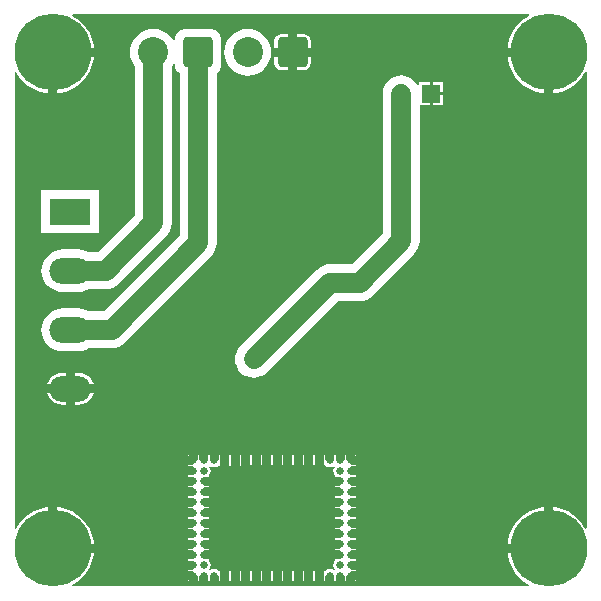
<source format=gbl>
G04 Layer_Physical_Order=2*
G04 Layer_Color=16711680*
%FSLAX25Y25*%
%MOIN*%
G70*
G01*
G75*
%ADD10C,0.06693*%
%ADD21R,0.05906X0.05906*%
%ADD22C,0.05906*%
G04:AMPARAMS|DCode=23|XSize=100mil|YSize=100mil|CornerRadius=12.5mil|HoleSize=0mil|Usage=FLASHONLY|Rotation=90.000|XOffset=0mil|YOffset=0mil|HoleType=Round|Shape=RoundedRectangle|*
%AMROUNDEDRECTD23*
21,1,0.10000,0.07500,0,0,90.0*
21,1,0.07500,0.10000,0,0,90.0*
1,1,0.02500,0.03750,0.03750*
1,1,0.02500,0.03750,-0.03750*
1,1,0.02500,-0.03750,-0.03750*
1,1,0.02500,-0.03750,0.03750*
%
%ADD23ROUNDEDRECTD23*%
%ADD24C,0.10000*%
%ADD25O,0.13780X0.08661*%
%ADD26R,0.13780X0.08661*%
%ADD27C,0.25590*%
%ADD28C,0.02500*%
%ADD29C,0.05000*%
G36*
X174553Y193268D02*
X172969Y192297D01*
X171318Y190887D01*
X169907Y189236D01*
X168773Y187385D01*
X167942Y185379D01*
X167435Y183267D01*
X167383Y182602D01*
X181102D01*
Y181102D01*
X182602D01*
Y167383D01*
X183267Y167435D01*
X185379Y167942D01*
X187385Y168773D01*
X189236Y169907D01*
X190887Y171318D01*
X192297Y172969D01*
X193268Y174553D01*
X193768Y174411D01*
Y22439D01*
X193268Y22298D01*
X192297Y23882D01*
X190887Y25533D01*
X189236Y26943D01*
X187385Y28078D01*
X185379Y28909D01*
X183267Y29416D01*
X182602Y29468D01*
Y15748D01*
X181102D01*
Y14248D01*
X167383D01*
X167435Y13583D01*
X167942Y11472D01*
X168773Y9466D01*
X169907Y7614D01*
X171318Y5963D01*
X172969Y4553D01*
X174553Y3582D01*
X174411Y3082D01*
X22439D01*
X22298Y3582D01*
X23882Y4553D01*
X25533Y5963D01*
X26943Y7614D01*
X28078Y9466D01*
X28909Y11472D01*
X29416Y13583D01*
X29468Y14248D01*
X15748D01*
Y15748D01*
X14248D01*
Y29468D01*
X13583Y29416D01*
X11472Y28909D01*
X9466Y28078D01*
X7614Y26943D01*
X5963Y25533D01*
X4553Y23882D01*
X3582Y22298D01*
X3082Y22439D01*
Y138779D01*
X3082Y138779D01*
Y164370D01*
Y174411D01*
X3582Y174553D01*
X4553Y172969D01*
X5963Y171318D01*
X7614Y169907D01*
X9466Y168773D01*
X11472Y167942D01*
X13583Y167435D01*
X14248Y167383D01*
Y181102D01*
X15748D01*
Y182602D01*
X29468D01*
X29416Y183267D01*
X28909Y185379D01*
X28078Y187385D01*
X26943Y189236D01*
X25533Y190887D01*
X23882Y192297D01*
X22298Y193268D01*
X22439Y193768D01*
X174411D01*
X174553Y193268D01*
D02*
G37*
%LPC*%
G36*
X61075Y46779D02*
X60953Y46697D01*
X60871Y46575D01*
X61075D01*
Y46779D01*
D02*
G37*
G36*
X116575D02*
Y46575D01*
X116779D01*
X116697Y46697D01*
X116575Y46779D01*
D02*
G37*
G36*
X179602Y29468D02*
X178938Y29416D01*
X176826Y28909D01*
X174820Y28078D01*
X172969Y26943D01*
X171318Y25533D01*
X169907Y23882D01*
X168773Y22030D01*
X167942Y20024D01*
X167435Y17913D01*
X167383Y17248D01*
X179602D01*
Y29468D01*
D02*
G37*
G36*
X17248D02*
Y17248D01*
X29468D01*
X29416Y17913D01*
X28909Y20024D01*
X28078Y22030D01*
X26943Y23882D01*
X25533Y25533D01*
X23882Y26943D01*
X22030Y28078D01*
X20024Y28909D01*
X17913Y29416D01*
X17248Y29468D01*
D02*
G37*
G36*
X71575Y46779D02*
X71453Y46697D01*
X71197D01*
X71075Y46779D01*
Y45075D01*
X68075D01*
Y46779D01*
X67953Y46697D01*
X67697D01*
X67575Y46779D01*
Y45075D01*
X64575D01*
Y46779D01*
X64453Y46697D01*
X64197D01*
X64075Y46779D01*
Y45075D01*
X62575D01*
Y43575D01*
X60871D01*
X60953Y43453D01*
Y43197D01*
X60871Y43075D01*
X62575D01*
Y40075D01*
X60871D01*
X60953Y39953D01*
Y39697D01*
X60871Y39575D01*
X62575D01*
Y36575D01*
X60871D01*
X60953Y36453D01*
Y36197D01*
X60871Y36075D01*
X62575D01*
Y33075D01*
X60871D01*
X60953Y32953D01*
Y32697D01*
X60871Y32575D01*
X62575D01*
Y29575D01*
X60831D01*
X60911Y29325D01*
X60831Y29075D01*
X62575D01*
Y26075D01*
X60871D01*
X60953Y25953D01*
Y25697D01*
X60871Y25575D01*
X62575D01*
Y22575D01*
X60871D01*
X60953Y22453D01*
Y22197D01*
X60871Y22075D01*
X62575D01*
Y19075D01*
X60871D01*
X60953Y18953D01*
Y18697D01*
X60871Y18575D01*
X62575D01*
Y15575D01*
X60871D01*
X60953Y15453D01*
Y15197D01*
X60871Y15075D01*
X62575D01*
Y12075D01*
X60871D01*
X60953Y11953D01*
Y11697D01*
X60871Y11575D01*
X62575D01*
Y8575D01*
X60871D01*
X60953Y8453D01*
Y8197D01*
X60871Y8075D01*
X62575D01*
Y6575D01*
X64075D01*
Y4871D01*
X64197Y4953D01*
X64453D01*
X64575Y4871D01*
Y6575D01*
X67575D01*
Y4871D01*
X67697Y4953D01*
X67953D01*
X68075Y4871D01*
Y6575D01*
X71075D01*
Y4871D01*
X71197Y4953D01*
X71453D01*
X71575Y4871D01*
Y6575D01*
Y8279D01*
X71453Y8197D01*
X71197D01*
X70453Y8694D01*
X69575Y8869D01*
X68697Y8694D01*
X68269Y8408D01*
X67908Y8768D01*
X68194Y9197D01*
X68369Y10075D01*
X68194Y10953D01*
X67697Y11697D01*
Y11953D01*
X67779Y12075D01*
X66075D01*
Y15075D01*
X67779D01*
X67697Y15197D01*
Y15453D01*
X67779Y15575D01*
X66075D01*
Y18575D01*
X67779D01*
X67697Y18697D01*
Y18953D01*
X67779Y19075D01*
X66075D01*
Y22075D01*
X67779D01*
X67697Y22197D01*
Y22453D01*
X67779Y22575D01*
X66075D01*
Y25575D01*
X67779D01*
X67697Y25697D01*
Y25953D01*
X67779Y26075D01*
X66075D01*
Y29075D01*
X67779D01*
X67697Y29197D01*
Y29453D01*
X67779Y29575D01*
X66075D01*
Y32575D01*
X67779D01*
X67697Y32697D01*
Y32953D01*
X67779Y33075D01*
X66075D01*
Y36075D01*
X67779D01*
X67697Y36197D01*
Y36453D01*
X67779Y36575D01*
X66075D01*
Y39575D01*
X67779D01*
X67697Y39697D01*
Y39953D01*
X68194Y40697D01*
X68369Y41575D01*
X68194Y42453D01*
X67908Y42881D01*
X68269Y43242D01*
X68697Y42955D01*
X69575Y42781D01*
X70453Y42955D01*
X70958Y43293D01*
X71325Y43411D01*
X71575Y43331D01*
Y45075D01*
Y46779D01*
D02*
G37*
G36*
X85575D02*
X85453Y46697D01*
X85197D01*
X85075Y46779D01*
Y45075D01*
Y43371D01*
X85197Y43453D01*
X85453D01*
X85575Y43371D01*
Y45075D01*
Y46779D01*
D02*
G37*
G36*
X89075D02*
X88953Y46697D01*
X88697D01*
X88575Y46779D01*
Y45075D01*
Y43371D01*
X88697Y43453D01*
X88953D01*
X89075Y43371D01*
Y45075D01*
Y46779D01*
D02*
G37*
G36*
X82075D02*
X81953Y46697D01*
X81697D01*
X81575Y46779D01*
Y45075D01*
Y43371D01*
X81697Y43453D01*
X81953D01*
X82075Y43371D01*
Y45075D01*
Y46779D01*
D02*
G37*
G36*
X75075D02*
X74953Y46697D01*
X74697D01*
X74575Y46779D01*
Y45075D01*
Y43331D01*
X74825Y43411D01*
X75075Y43331D01*
Y45075D01*
Y46779D01*
D02*
G37*
G36*
X78575D02*
X78453Y46697D01*
X78197D01*
X78075Y46779D01*
Y45075D01*
Y43331D01*
X78325Y43411D01*
X78575Y43331D01*
Y45075D01*
Y46779D01*
D02*
G37*
G36*
X103075Y8279D02*
X102953Y8197D01*
X102697D01*
X102575Y8279D01*
Y6575D01*
Y4871D01*
X102697Y4953D01*
X102953D01*
X103075Y4871D01*
Y6575D01*
Y8279D01*
D02*
G37*
G36*
X78575D02*
X78453Y8197D01*
X78197D01*
X78075Y8279D01*
Y6575D01*
Y4871D01*
X78197Y4953D01*
X78453D01*
X78575Y4871D01*
Y6575D01*
Y8279D01*
D02*
G37*
G36*
X82075D02*
X81953Y8197D01*
X81697D01*
X81575Y8279D01*
Y6575D01*
Y4871D01*
X81697Y4953D01*
X81953D01*
X82075Y4871D01*
Y6575D01*
Y8279D01*
D02*
G37*
G36*
X75075D02*
X74953Y8197D01*
X74697D01*
X74575Y8279D01*
Y6575D01*
Y4871D01*
X74697Y4953D01*
X74953D01*
X75075Y4871D01*
Y6575D01*
Y8279D01*
D02*
G37*
G36*
X61075Y5075D02*
X60871D01*
X60953Y4953D01*
X61075Y4871D01*
Y5075D01*
D02*
G37*
G36*
X116779D02*
X116575D01*
Y4871D01*
X116697Y4953D01*
X116779Y5075D01*
D02*
G37*
G36*
X96075Y8279D02*
X95953Y8197D01*
X95697D01*
X95575Y8279D01*
Y6575D01*
Y4871D01*
X95697Y4953D01*
X95953D01*
X96075Y4871D01*
Y6575D01*
Y8279D01*
D02*
G37*
G36*
X99575D02*
X99453Y8197D01*
X99197D01*
X99075Y8279D01*
Y6575D01*
Y4871D01*
X99197Y4953D01*
X99453D01*
X99575Y4871D01*
Y6575D01*
Y8279D01*
D02*
G37*
G36*
X92575D02*
X92453Y8197D01*
X92197D01*
X92075Y8279D01*
Y6575D01*
Y4871D01*
X92197Y4953D01*
X92453D01*
X92575Y4871D01*
Y6575D01*
Y8279D01*
D02*
G37*
G36*
X85575D02*
X85453Y8197D01*
X85197D01*
X85075Y8279D01*
Y6575D01*
Y4871D01*
X85197Y4953D01*
X85453D01*
X85575Y4871D01*
Y6575D01*
Y8279D01*
D02*
G37*
G36*
X89075D02*
X88953Y8197D01*
X88697D01*
X88575Y8279D01*
Y6575D01*
Y4871D01*
X88697Y4953D01*
X88953D01*
X89075Y4871D01*
Y6575D01*
Y8279D01*
D02*
G37*
G36*
X179602Y179602D02*
X167383D01*
X167435Y178938D01*
X167942Y176826D01*
X168773Y174820D01*
X169907Y172969D01*
X171318Y171318D01*
X172969Y169907D01*
X174820Y168773D01*
X176826Y167942D01*
X178938Y167435D01*
X179602Y167383D01*
Y179602D01*
D02*
G37*
G36*
X145843Y171275D02*
X142390D01*
Y167823D01*
X145843D01*
Y171275D01*
D02*
G37*
G36*
X29468Y179602D02*
X17248D01*
Y167383D01*
X17913Y167435D01*
X20024Y167942D01*
X22030Y168773D01*
X23882Y169907D01*
X25533Y171318D01*
X26943Y172969D01*
X28078Y174820D01*
X28909Y176826D01*
X29416Y178938D01*
X29468Y179602D01*
D02*
G37*
G36*
X31299Y135039D02*
X12008D01*
Y120866D01*
X31299D01*
Y135039D01*
D02*
G37*
G36*
X145843Y166823D02*
X142390D01*
Y163370D01*
X145843D01*
Y166823D01*
D02*
G37*
G36*
X94209Y187146D02*
X91959D01*
X91081Y186972D01*
X90336Y186475D01*
X89839Y185730D01*
X89665Y184852D01*
Y182602D01*
X94209D01*
Y187146D01*
D02*
G37*
G36*
X99459D02*
X97209D01*
Y182602D01*
X101753D01*
Y184852D01*
X101578Y185730D01*
X101081Y186475D01*
X100337Y186972D01*
X99459Y187146D01*
D02*
G37*
G36*
X101753Y179602D02*
X97209D01*
Y175058D01*
X99459D01*
X100337Y175233D01*
X101081Y175730D01*
X101578Y176474D01*
X101753Y177352D01*
Y179602D01*
D02*
G37*
G36*
X80709Y188896D02*
X79188Y188746D01*
X77726Y188303D01*
X76379Y187582D01*
X75198Y186613D01*
X74229Y185432D01*
X73508Y184085D01*
X73065Y182623D01*
X72915Y181102D01*
X73065Y179582D01*
X73508Y178120D01*
X74229Y176773D01*
X75198Y175592D01*
X76379Y174622D01*
X77726Y173902D01*
X79188Y173459D01*
X80709Y173309D01*
X82229Y173459D01*
X83691Y173902D01*
X85038Y174622D01*
X86219Y175592D01*
X87189Y176773D01*
X87909Y178120D01*
X88352Y179582D01*
X88502Y181102D01*
X88352Y182623D01*
X87909Y184085D01*
X87189Y185432D01*
X86219Y186613D01*
X85038Y187582D01*
X83691Y188303D01*
X82229Y188746D01*
X80709Y188896D01*
D02*
G37*
G36*
X94209Y179602D02*
X89665D01*
Y177352D01*
X89839Y176474D01*
X90336Y175730D01*
X91081Y175233D01*
X91959Y175058D01*
X94209D01*
Y179602D01*
D02*
G37*
G36*
X49213Y188896D02*
X47692Y188746D01*
X46230Y188303D01*
X44883Y187582D01*
X43702Y186613D01*
X42733Y185432D01*
X42012Y184085D01*
X41569Y182623D01*
X41419Y181102D01*
X41569Y179582D01*
X42012Y178120D01*
X42733Y176773D01*
X43081Y176348D01*
Y126556D01*
X30925Y114400D01*
X27774D01*
X26938Y114847D01*
X25602Y115252D01*
X24213Y115389D01*
X19095D01*
X17705Y115252D01*
X16369Y114847D01*
X15138Y114189D01*
X14059Y113303D01*
X13174Y112224D01*
X12516Y110993D01*
X12111Y109657D01*
X11974Y108268D01*
X12111Y106879D01*
X12516Y105543D01*
X13174Y104312D01*
X14059Y103233D01*
X15138Y102347D01*
X16369Y101689D01*
X17705Y101284D01*
X19095Y101147D01*
X24213D01*
X25602Y101284D01*
X26938Y101689D01*
X27774Y102136D01*
X33465D01*
X34661Y102254D01*
X35811Y102603D01*
X36871Y103169D01*
X37800Y103932D01*
X53549Y119680D01*
X54311Y120609D01*
X54878Y121669D01*
X55227Y122819D01*
X55344Y124016D01*
Y176348D01*
X55693Y176773D01*
X55935Y177225D01*
X56451Y177131D01*
X56560Y176307D01*
X56963Y175332D01*
X57606Y174495D01*
X58081Y174131D01*
Y119902D01*
X32893Y94714D01*
X27774D01*
X26938Y95161D01*
X25602Y95567D01*
X24213Y95704D01*
X19095D01*
X17705Y95567D01*
X16369Y95161D01*
X15138Y94503D01*
X14059Y93618D01*
X13174Y92539D01*
X12516Y91308D01*
X12111Y89972D01*
X11974Y88583D01*
X12111Y87193D01*
X12516Y85858D01*
X13174Y84626D01*
X14059Y83547D01*
X15138Y82662D01*
X16369Y82004D01*
X17705Y81599D01*
X19095Y81462D01*
X24213D01*
X25602Y81599D01*
X26938Y82004D01*
X27774Y82451D01*
X35433D01*
X36629Y82569D01*
X37780Y82917D01*
X38840Y83484D01*
X39769Y84247D01*
X68549Y113026D01*
X69311Y113955D01*
X69878Y115016D01*
X70227Y116166D01*
X70345Y117362D01*
Y174131D01*
X70820Y174495D01*
X71462Y175332D01*
X71865Y176307D01*
X72003Y177352D01*
Y184852D01*
X71865Y185898D01*
X71462Y186873D01*
X70820Y187709D01*
X69983Y188352D01*
X69008Y188755D01*
X67963Y188893D01*
X60463D01*
X59417Y188755D01*
X58442Y188352D01*
X57606Y187709D01*
X56963Y186873D01*
X56560Y185898D01*
X56451Y185074D01*
X55935Y184980D01*
X55693Y185432D01*
X54723Y186613D01*
X53542Y187582D01*
X52195Y188303D01*
X50733Y188746D01*
X49213Y188896D01*
D02*
G37*
G36*
X103075Y46779D02*
X102953Y46697D01*
X102697D01*
X102575Y46779D01*
Y45075D01*
Y43371D01*
X102697Y43453D01*
X102953D01*
X103075Y43371D01*
Y45075D01*
Y46779D01*
D02*
G37*
G36*
X113575D02*
X113453Y46697D01*
X113197D01*
X113075Y46779D01*
Y45075D01*
X110075D01*
Y46779D01*
X109953Y46697D01*
X109697D01*
X109575Y46779D01*
Y45075D01*
X106575D01*
Y46779D01*
X106453Y46697D01*
X106197D01*
X106075Y46779D01*
Y45075D01*
Y43371D01*
X106197Y43453D01*
X106453D01*
X107197Y42955D01*
X108075Y42781D01*
X108953Y42955D01*
X109381Y43242D01*
X109742Y42881D01*
X109455Y42453D01*
X109281Y41575D01*
X109455Y40697D01*
X109953Y39953D01*
Y39697D01*
X109871Y39575D01*
X111575D01*
Y36575D01*
X109871D01*
X109953Y36453D01*
Y36197D01*
X109871Y36075D01*
X111575D01*
Y33075D01*
X109871D01*
X109953Y32953D01*
Y32697D01*
X109871Y32575D01*
X111575D01*
Y29575D01*
X109871D01*
X109953Y29453D01*
Y29197D01*
X109871Y29075D01*
X111575D01*
Y26075D01*
X109871D01*
X109953Y25953D01*
Y25697D01*
X109871Y25575D01*
X111575D01*
Y22575D01*
X109871D01*
X109953Y22453D01*
Y22197D01*
X109871Y22075D01*
X111575D01*
Y19075D01*
X109871D01*
X109953Y18953D01*
Y18697D01*
X109871Y18575D01*
X111575D01*
Y15575D01*
X109871D01*
X109953Y15453D01*
Y15197D01*
X109871Y15075D01*
X111575D01*
Y12075D01*
X109871D01*
X109953Y11953D01*
Y11697D01*
X109455Y10953D01*
X109281Y10075D01*
X109455Y9197D01*
X109742Y8768D01*
X109381Y8408D01*
X108953Y8694D01*
X108075Y8869D01*
X107197Y8694D01*
X106453Y8197D01*
X106197D01*
X106075Y8279D01*
Y6575D01*
Y4871D01*
X106197Y4953D01*
X106453D01*
X106575Y4871D01*
Y6575D01*
X109575D01*
Y4871D01*
X109697Y4953D01*
X109953D01*
X110075Y4871D01*
Y6575D01*
X113075D01*
Y4871D01*
X113197Y4953D01*
X113453D01*
X113575Y4871D01*
Y6575D01*
X115075D01*
Y8075D01*
X116779D01*
X116697Y8197D01*
Y8453D01*
X116779Y8575D01*
X115075D01*
Y11575D01*
X116779D01*
X116697Y11697D01*
Y11953D01*
X116779Y12075D01*
X115075D01*
Y15075D01*
X116779D01*
X116697Y15197D01*
Y15453D01*
X116779Y15575D01*
X115075D01*
Y18575D01*
X116779D01*
X116697Y18697D01*
Y18953D01*
X116779Y19075D01*
X115075D01*
Y22075D01*
X116779D01*
X116697Y22197D01*
Y22453D01*
X116779Y22575D01*
X115075D01*
Y25575D01*
X116779D01*
X116697Y25697D01*
Y25953D01*
X116779Y26075D01*
X115075D01*
Y29075D01*
X116779D01*
X116697Y29197D01*
Y29453D01*
X116779Y29575D01*
X115075D01*
Y32575D01*
X116779D01*
X116697Y32697D01*
Y32953D01*
X116779Y33075D01*
X115075D01*
Y36075D01*
X116779D01*
X116697Y36197D01*
Y36453D01*
X116779Y36575D01*
X115075D01*
Y39575D01*
X116779D01*
X116697Y39697D01*
Y39953D01*
X116779Y40075D01*
X115075D01*
Y43075D01*
X116779D01*
X116697Y43197D01*
Y43453D01*
X116779Y43575D01*
X115075D01*
Y45075D01*
X113575D01*
Y46779D01*
D02*
G37*
G36*
X99575D02*
X99453Y46697D01*
X99197D01*
X99075Y46779D01*
Y45075D01*
Y43371D01*
X99197Y43453D01*
X99453D01*
X99575Y43371D01*
Y45075D01*
Y46779D01*
D02*
G37*
G36*
X92575D02*
X92453Y46697D01*
X92197D01*
X92075Y46779D01*
Y45075D01*
Y43371D01*
X92197Y43453D01*
X92453D01*
X92575Y43371D01*
Y45075D01*
Y46779D01*
D02*
G37*
G36*
X96075D02*
X95953Y46697D01*
X95697D01*
X95575Y46779D01*
Y45075D01*
Y43371D01*
X95697Y43453D01*
X95953D01*
X96075Y43371D01*
Y45075D01*
Y46779D01*
D02*
G37*
G36*
X24213Y74274D02*
X23154D01*
Y70398D01*
X29361D01*
X28869Y71586D01*
X28015Y72699D01*
X26901Y73554D01*
X25604Y74091D01*
X24213Y74274D01*
D02*
G37*
G36*
X131890Y173455D02*
X130693Y173337D01*
X129543Y172988D01*
X128483Y172421D01*
X127554Y171659D01*
X126791Y170729D01*
X126225Y169669D01*
X125876Y168519D01*
X125758Y167323D01*
Y120650D01*
X115570Y110463D01*
X108268D01*
X107071Y110345D01*
X105921Y109996D01*
X104861Y109429D01*
X103932Y108667D01*
X78341Y83076D01*
X77579Y82147D01*
X77012Y81087D01*
X76663Y79936D01*
X76545Y78740D01*
X76663Y77544D01*
X77012Y76394D01*
X77579Y75333D01*
X78341Y74404D01*
X79270Y73642D01*
X80331Y73075D01*
X81481Y72726D01*
X82677Y72608D01*
X83873Y72726D01*
X85024Y73075D01*
X86084Y73642D01*
X87013Y74404D01*
X110808Y98199D01*
X118110D01*
X119307Y98317D01*
X120457Y98666D01*
X121517Y99232D01*
X122446Y99995D01*
X136226Y113774D01*
X136988Y114704D01*
X137555Y115764D01*
X137904Y116914D01*
X138022Y118110D01*
Y163370D01*
X141390D01*
Y167323D01*
Y171275D01*
X137937D01*
Y170015D01*
X137437Y169890D01*
X136988Y170729D01*
X136226Y171659D01*
X135296Y172421D01*
X134236Y172988D01*
X133086Y173337D01*
X131890Y173455D01*
D02*
G37*
G36*
X20154Y74274D02*
X19095D01*
X17703Y74091D01*
X16406Y73554D01*
X15293Y72699D01*
X14438Y71586D01*
X13946Y70398D01*
X20154D01*
Y74274D01*
D02*
G37*
G36*
Y67398D02*
X13946D01*
X14438Y66209D01*
X15293Y65096D01*
X16406Y64241D01*
X17703Y63704D01*
X19095Y63521D01*
X20154D01*
Y67398D01*
D02*
G37*
G36*
X29361D02*
X23154D01*
Y63521D01*
X24213D01*
X25604Y63704D01*
X26901Y64241D01*
X28015Y65096D01*
X28869Y66209D01*
X29361Y67398D01*
D02*
G37*
%LPD*%
D10*
X131890Y118110D02*
Y167323D01*
X118110Y104331D02*
X131890Y118110D01*
X108268Y104331D02*
X118110D01*
X82677Y78740D02*
X108268Y104331D01*
X21654Y88583D02*
X35433D01*
X64213Y117362D01*
Y181102D01*
X21654Y108268D02*
X33465D01*
X49213Y124016D01*
Y181102D01*
D21*
X141890Y167323D02*
D03*
D22*
X131890D02*
D03*
D23*
X64213Y181102D02*
D03*
X95709D02*
D03*
D24*
X49213D02*
D03*
X80709D02*
D03*
D25*
X21654Y68898D02*
D03*
Y88583D02*
D03*
Y108268D02*
D03*
D26*
Y127953D02*
D03*
D27*
X181102Y15748D02*
D03*
Y181102D02*
D03*
X15748D02*
D03*
Y15748D02*
D03*
D28*
X115075Y45075D02*
D03*
Y41575D02*
D03*
Y38075D02*
D03*
Y34575D02*
D03*
Y31075D02*
D03*
Y27575D02*
D03*
Y24075D02*
D03*
Y20575D02*
D03*
Y17075D02*
D03*
Y13575D02*
D03*
Y10075D02*
D03*
Y6575D02*
D03*
X111575Y45075D02*
D03*
Y41575D02*
D03*
Y38075D02*
D03*
Y34575D02*
D03*
Y31075D02*
D03*
Y27575D02*
D03*
Y24075D02*
D03*
Y20575D02*
D03*
Y17075D02*
D03*
Y13575D02*
D03*
Y10075D02*
D03*
Y6575D02*
D03*
X108075Y45075D02*
D03*
Y6575D02*
D03*
X104575Y45075D02*
D03*
Y6575D02*
D03*
X101075Y45075D02*
D03*
Y6575D02*
D03*
X97575Y45075D02*
D03*
Y6575D02*
D03*
X94075Y45075D02*
D03*
Y6575D02*
D03*
X90575Y45075D02*
D03*
Y6575D02*
D03*
X87075Y45075D02*
D03*
Y6575D02*
D03*
X83575Y45075D02*
D03*
Y6575D02*
D03*
X80075Y45075D02*
D03*
Y6575D02*
D03*
X76575Y45075D02*
D03*
Y6575D02*
D03*
X73075Y45075D02*
D03*
Y6575D02*
D03*
X69575Y45075D02*
D03*
Y6575D02*
D03*
X66075Y45075D02*
D03*
Y41575D02*
D03*
Y38075D02*
D03*
Y34575D02*
D03*
Y31075D02*
D03*
Y27575D02*
D03*
Y24075D02*
D03*
Y20575D02*
D03*
Y17075D02*
D03*
Y13575D02*
D03*
Y10075D02*
D03*
Y6575D02*
D03*
X62575Y45075D02*
D03*
Y41575D02*
D03*
Y38075D02*
D03*
Y34575D02*
D03*
Y31075D02*
D03*
Y27575D02*
D03*
Y24075D02*
D03*
Y20575D02*
D03*
Y17075D02*
D03*
Y13575D02*
D03*
Y10075D02*
D03*
Y6575D02*
D03*
D29*
X82677Y78740D02*
D03*
M02*

</source>
